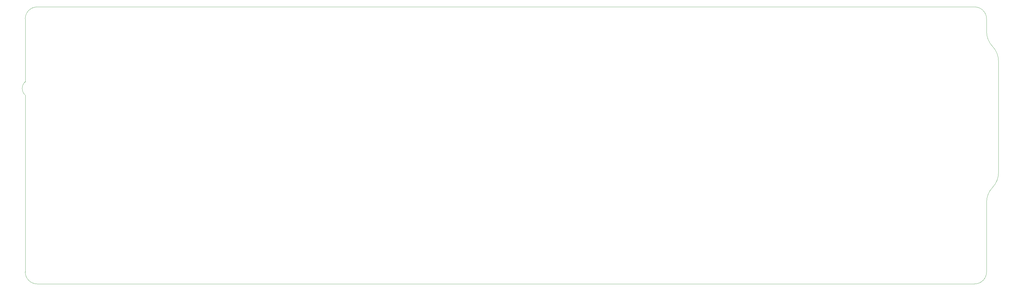
<source format=gbr>
%TF.GenerationSoftware,KiCad,Pcbnew,(5.99.0-9376-g8dcf5404fc)*%
%TF.CreationDate,2021-02-24T21:32:48+01:00*%
%TF.ProjectId,gud70,67756437-302e-46b6-9963-61645f706362,rev?*%
%TF.SameCoordinates,Original*%
%TF.FileFunction,Profile,NP*%
%FSLAX46Y46*%
G04 Gerber Fmt 4.6, Leading zero omitted, Abs format (unit mm)*
G04 Created by KiCad (PCBNEW (5.99.0-9376-g8dcf5404fc)) date 2021-02-24 21:32:48*
%MOMM*%
%LPD*%
G01*
G04 APERTURE LIST*
%TA.AperFunction,Profile*%
%ADD10C,0.100000*%
%TD*%
G04 APERTURE END LIST*
D10*
X1325814Y-30811796D02*
G75*
G02*
X1325009Y-26338940I1999195J2236788D01*
G01*
X322525000Y-9525000D02*
X322525000Y-5325001D01*
X326525000Y-56675000D02*
X326525000Y-19524999D01*
X322525000Y-89924999D02*
G75*
G02*
X318525000Y-93924999I-4000000J0D01*
G01*
X1325814Y-30811796D02*
X1325001Y-89925000D01*
X324525000Y-14525000D02*
G75*
G02*
X322525000Y-9525000I5250000J5000000D01*
G01*
X1325009Y-26338940D02*
X1325009Y-5325001D01*
X322525000Y-89924999D02*
X322525000Y-66675000D01*
X318525000Y-1325001D02*
X5325001Y-1325001D01*
X1325001Y-5325001D02*
G75*
G02*
X5325001Y-1325001I4000000J0D01*
G01*
X324525000Y-14524999D02*
G75*
G02*
X326525000Y-19524999I-5250000J-5000000D01*
G01*
X5325001Y-93924999D02*
X318525000Y-93924999D01*
X322525000Y-66675000D02*
G75*
G02*
X324525000Y-61675000I7250000J0D01*
G01*
X318525001Y-1325000D02*
G75*
G02*
X322525000Y-5325001I-1J-4000000D01*
G01*
X326525000Y-56675000D02*
G75*
G02*
X324525000Y-61675000I-7250000J0D01*
G01*
X5325002Y-93924999D02*
G75*
G02*
X1325001Y-89925000I-1J4000000D01*
G01*
M02*

</source>
